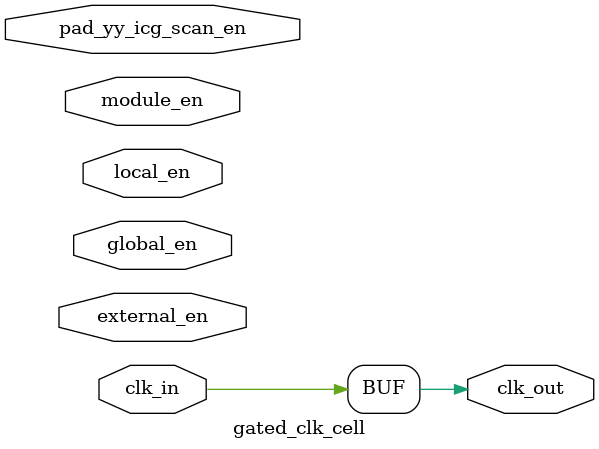
<source format=v>
module gated_clk_cell(	// file.cleaned.mlir:2:3
  input  clk_in,	// file.cleaned.mlir:2:32
         global_en,	// file.cleaned.mlir:2:49
         module_en,	// file.cleaned.mlir:2:69
         local_en,	// file.cleaned.mlir:2:89
         external_en,	// file.cleaned.mlir:2:108
         pad_yy_icg_scan_en,	// file.cleaned.mlir:2:130
  output clk_out	// file.cleaned.mlir:2:160
);

  assign clk_out = clk_in;	// file.cleaned.mlir:3:5
endmodule


</source>
